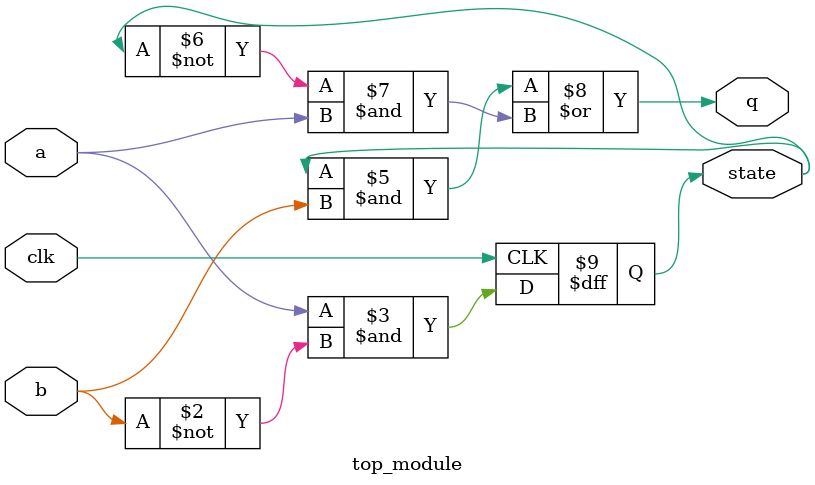
<source format=sv>
module top_module (
    input clk,
    input a,
    input b,
    output reg q,
    output reg state
);

    always @(posedge clk) begin
        // State capture logic
        state <= a & (~b);
    end

    always @(*) begin
        // Output logic
        q = (state & b) | (~state & a);
    end

endmodule

</source>
